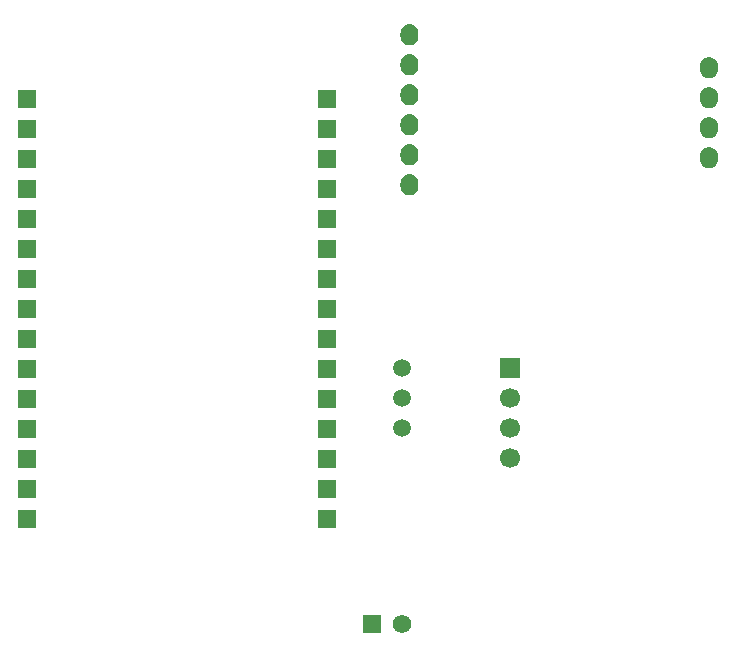
<source format=gtl>
G04 Layer: TopLayer*
G04 EasyEDA v6.2.46, 2019-12-17T13:03:00+00:00*
G04 0172e0994fd644d79e33dd8747f588b4,932ed04fcfe14a16a0103060ae18c599,10*
G04 Gerber Generator version 0.2*
G04 Scale: 100 percent, Rotated: No, Reflected: No *
G04 Dimensions in millimeters *
G04 leading zeros omitted , absolute positions ,3 integer and 3 decimal *
%FSLAX33Y33*%
%MOMM*%
G90*
G71D02*

%ADD11R,1.699997X1.699997*%
%ADD12C,1.699997*%
%ADD13R,1.574800X1.574800*%
%ADD14C,1.574800*%
%ADD15R,1.524000X1.524000*%
%ADD16C,1.499997*%

%LPD*%
G54D11*
G01X44069Y39980D03*
G54D12*
G01X44069Y37440D03*
G01X44069Y34900D03*
G01X44069Y32360D03*
G54D13*
G01X32385Y18263D03*
G54D14*
G01X34925Y18263D03*
G54D15*
G01X3177Y47471D03*
G01X28575Y44933D03*
G01X3177Y50011D03*
G01X3177Y52551D03*
G01X3177Y55091D03*
G01X3177Y57631D03*
G01X3177Y60171D03*
G01X3177Y62711D03*
G01X3177Y44931D03*
G01X3177Y42391D03*
G01X3177Y39851D03*
G01X3177Y37311D03*
G01X3177Y34771D03*
G01X3177Y32231D03*
G01X28575Y42393D03*
G01X28575Y39853D03*
G01X28575Y37313D03*
G01X28575Y34773D03*
G01X28575Y32233D03*
G01X28575Y29693D03*
G01X28575Y47473D03*
G01X28575Y50013D03*
G01X28575Y52553D03*
G01X28575Y55093D03*
G01X28575Y57633D03*
G01X28575Y60173D03*
G01X3175Y29693D03*
G01X3175Y27153D03*
G01X28575Y27153D03*
G01X28575Y62713D03*
G54D16*
G01X34925Y34900D03*
G01X34925Y37440D03*
G01X34925Y39980D03*
G36*
G01X35563Y67274D02*
G01X35525Y67276D01*
G01X35487Y67279D01*
G01X35449Y67285D01*
G01X35412Y67293D01*
G01X35375Y67302D01*
G01X35339Y67313D01*
G01X35303Y67326D01*
G01X35268Y67341D01*
G01X35234Y67357D01*
G01X35201Y67376D01*
G01X35168Y67395D01*
G01X35137Y67417D01*
G01X35106Y67440D01*
G01X35077Y67464D01*
G01X35050Y67490D01*
G01X35023Y67517D01*
G01X34998Y67546D01*
G01X34974Y67575D01*
G01X34952Y67606D01*
G01X34931Y67638D01*
G01X34912Y67671D01*
G01X34895Y67705D01*
G01X34879Y67740D01*
G01X34866Y67775D01*
G01X34853Y67811D01*
G01X34843Y67847D01*
G01X34835Y67885D01*
G01X34828Y67922D01*
G01X34823Y67960D01*
G01X34821Y67998D01*
G01X34820Y68036D01*
G01X34820Y68312D01*
G01X34821Y68349D01*
G01X34823Y68387D01*
G01X34828Y68425D01*
G01X34835Y68462D01*
G01X34843Y68500D01*
G01X34853Y68536D01*
G01X34866Y68572D01*
G01X34879Y68607D01*
G01X34895Y68642D01*
G01X34912Y68676D01*
G01X34931Y68709D01*
G01X34952Y68741D01*
G01X34974Y68772D01*
G01X34998Y68801D01*
G01X35023Y68830D01*
G01X35050Y68857D01*
G01X35077Y68883D01*
G01X35106Y68907D01*
G01X35137Y68930D01*
G01X35168Y68952D01*
G01X35201Y68971D01*
G01X35234Y68990D01*
G01X35268Y69006D01*
G01X35303Y69021D01*
G01X35339Y69034D01*
G01X35375Y69045D01*
G01X35412Y69054D01*
G01X35449Y69062D01*
G01X35487Y69068D01*
G01X35525Y69071D01*
G01X35563Y69073D01*
G01X35601Y69073D01*
G01X35639Y69071D01*
G01X35676Y69068D01*
G01X35714Y69062D01*
G01X35751Y69054D01*
G01X35788Y69045D01*
G01X35824Y69034D01*
G01X35860Y69021D01*
G01X35895Y69006D01*
G01X35929Y68990D01*
G01X35963Y68971D01*
G01X35995Y68952D01*
G01X36026Y68930D01*
G01X36057Y68907D01*
G01X36086Y68883D01*
G01X36114Y68857D01*
G01X36140Y68830D01*
G01X36165Y68801D01*
G01X36189Y68772D01*
G01X36211Y68741D01*
G01X36232Y68709D01*
G01X36251Y68676D01*
G01X36268Y68642D01*
G01X36284Y68607D01*
G01X36298Y68572D01*
G01X36310Y68536D01*
G01X36320Y68500D01*
G01X36328Y68462D01*
G01X36335Y68425D01*
G01X36340Y68387D01*
G01X36343Y68349D01*
G01X36344Y68312D01*
G01X36344Y68036D01*
G01X36343Y67998D01*
G01X36340Y67960D01*
G01X36335Y67922D01*
G01X36328Y67885D01*
G01X36320Y67847D01*
G01X36310Y67811D01*
G01X36298Y67775D01*
G01X36284Y67740D01*
G01X36268Y67705D01*
G01X36251Y67671D01*
G01X36232Y67638D01*
G01X36211Y67606D01*
G01X36189Y67575D01*
G01X36165Y67546D01*
G01X36140Y67517D01*
G01X36114Y67490D01*
G01X36086Y67464D01*
G01X36057Y67440D01*
G01X36026Y67417D01*
G01X35995Y67395D01*
G01X35963Y67376D01*
G01X35929Y67357D01*
G01X35895Y67341D01*
G01X35860Y67326D01*
G01X35824Y67313D01*
G01X35788Y67302D01*
G01X35751Y67293D01*
G01X35714Y67285D01*
G01X35676Y67279D01*
G01X35639Y67276D01*
G01X35601Y67274D01*
G01X35563Y67274D01*
G37*
G36*
G01X35563Y64734D02*
G01X35525Y64736D01*
G01X35487Y64739D01*
G01X35449Y64745D01*
G01X35412Y64753D01*
G01X35375Y64762D01*
G01X35339Y64773D01*
G01X35303Y64786D01*
G01X35268Y64801D01*
G01X35234Y64817D01*
G01X35201Y64836D01*
G01X35168Y64855D01*
G01X35137Y64877D01*
G01X35106Y64900D01*
G01X35077Y64924D01*
G01X35050Y64950D01*
G01X35023Y64977D01*
G01X34998Y65006D01*
G01X34974Y65035D01*
G01X34952Y65066D01*
G01X34931Y65098D01*
G01X34912Y65131D01*
G01X34895Y65165D01*
G01X34879Y65200D01*
G01X34866Y65235D01*
G01X34853Y65271D01*
G01X34843Y65307D01*
G01X34835Y65345D01*
G01X34828Y65382D01*
G01X34823Y65420D01*
G01X34821Y65458D01*
G01X34820Y65496D01*
G01X34820Y65772D01*
G01X34821Y65809D01*
G01X34823Y65847D01*
G01X34828Y65885D01*
G01X34835Y65922D01*
G01X34843Y65960D01*
G01X34853Y65996D01*
G01X34866Y66032D01*
G01X34879Y66067D01*
G01X34895Y66102D01*
G01X34912Y66136D01*
G01X34931Y66169D01*
G01X34952Y66201D01*
G01X34974Y66232D01*
G01X34998Y66261D01*
G01X35023Y66290D01*
G01X35050Y66317D01*
G01X35077Y66343D01*
G01X35106Y66367D01*
G01X35137Y66390D01*
G01X35168Y66412D01*
G01X35201Y66431D01*
G01X35234Y66450D01*
G01X35268Y66466D01*
G01X35303Y66481D01*
G01X35339Y66494D01*
G01X35375Y66505D01*
G01X35412Y66514D01*
G01X35449Y66522D01*
G01X35487Y66528D01*
G01X35525Y66531D01*
G01X35563Y66533D01*
G01X35601Y66533D01*
G01X35639Y66531D01*
G01X35676Y66528D01*
G01X35714Y66522D01*
G01X35751Y66514D01*
G01X35788Y66505D01*
G01X35824Y66494D01*
G01X35860Y66481D01*
G01X35895Y66466D01*
G01X35929Y66450D01*
G01X35963Y66431D01*
G01X35995Y66412D01*
G01X36026Y66390D01*
G01X36057Y66367D01*
G01X36086Y66343D01*
G01X36114Y66317D01*
G01X36140Y66290D01*
G01X36165Y66261D01*
G01X36189Y66232D01*
G01X36211Y66201D01*
G01X36232Y66169D01*
G01X36251Y66136D01*
G01X36268Y66102D01*
G01X36284Y66067D01*
G01X36298Y66032D01*
G01X36310Y65996D01*
G01X36320Y65960D01*
G01X36328Y65922D01*
G01X36335Y65885D01*
G01X36340Y65847D01*
G01X36343Y65809D01*
G01X36344Y65772D01*
G01X36344Y65496D01*
G01X36343Y65458D01*
G01X36340Y65420D01*
G01X36335Y65382D01*
G01X36328Y65345D01*
G01X36320Y65307D01*
G01X36310Y65271D01*
G01X36298Y65235D01*
G01X36284Y65200D01*
G01X36268Y65165D01*
G01X36251Y65131D01*
G01X36232Y65098D01*
G01X36211Y65066D01*
G01X36189Y65035D01*
G01X36165Y65006D01*
G01X36140Y64977D01*
G01X36114Y64950D01*
G01X36086Y64924D01*
G01X36057Y64900D01*
G01X36026Y64877D01*
G01X35995Y64855D01*
G01X35963Y64836D01*
G01X35929Y64817D01*
G01X35895Y64801D01*
G01X35860Y64786D01*
G01X35824Y64773D01*
G01X35788Y64762D01*
G01X35751Y64753D01*
G01X35714Y64745D01*
G01X35676Y64739D01*
G01X35639Y64736D01*
G01X35601Y64734D01*
G01X35563Y64734D01*
G37*
G36*
G01X35563Y62194D02*
G01X35525Y62196D01*
G01X35487Y62199D01*
G01X35449Y62205D01*
G01X35412Y62213D01*
G01X35375Y62222D01*
G01X35339Y62233D01*
G01X35303Y62246D01*
G01X35268Y62261D01*
G01X35234Y62277D01*
G01X35201Y62296D01*
G01X35168Y62315D01*
G01X35137Y62337D01*
G01X35106Y62360D01*
G01X35077Y62384D01*
G01X35050Y62410D01*
G01X35023Y62437D01*
G01X34998Y62466D01*
G01X34974Y62495D01*
G01X34952Y62526D01*
G01X34931Y62558D01*
G01X34912Y62591D01*
G01X34895Y62625D01*
G01X34879Y62660D01*
G01X34866Y62695D01*
G01X34853Y62731D01*
G01X34843Y62767D01*
G01X34835Y62805D01*
G01X34828Y62842D01*
G01X34823Y62880D01*
G01X34821Y62918D01*
G01X34820Y62956D01*
G01X34820Y63232D01*
G01X34821Y63269D01*
G01X34823Y63307D01*
G01X34828Y63345D01*
G01X34835Y63382D01*
G01X34843Y63420D01*
G01X34853Y63456D01*
G01X34866Y63492D01*
G01X34879Y63527D01*
G01X34895Y63562D01*
G01X34912Y63596D01*
G01X34931Y63629D01*
G01X34952Y63661D01*
G01X34974Y63692D01*
G01X34998Y63721D01*
G01X35023Y63750D01*
G01X35050Y63777D01*
G01X35077Y63803D01*
G01X35106Y63827D01*
G01X35137Y63850D01*
G01X35168Y63872D01*
G01X35201Y63891D01*
G01X35234Y63910D01*
G01X35268Y63926D01*
G01X35303Y63941D01*
G01X35339Y63954D01*
G01X35375Y63965D01*
G01X35412Y63974D01*
G01X35449Y63982D01*
G01X35487Y63988D01*
G01X35525Y63991D01*
G01X35563Y63993D01*
G01X35601Y63993D01*
G01X35639Y63991D01*
G01X35676Y63988D01*
G01X35714Y63982D01*
G01X35751Y63974D01*
G01X35788Y63965D01*
G01X35824Y63954D01*
G01X35860Y63941D01*
G01X35895Y63926D01*
G01X35929Y63910D01*
G01X35963Y63891D01*
G01X35995Y63872D01*
G01X36026Y63850D01*
G01X36057Y63827D01*
G01X36086Y63803D01*
G01X36114Y63777D01*
G01X36140Y63750D01*
G01X36165Y63721D01*
G01X36189Y63692D01*
G01X36211Y63661D01*
G01X36232Y63629D01*
G01X36251Y63596D01*
G01X36268Y63562D01*
G01X36284Y63527D01*
G01X36298Y63492D01*
G01X36310Y63456D01*
G01X36320Y63420D01*
G01X36328Y63382D01*
G01X36335Y63345D01*
G01X36340Y63307D01*
G01X36343Y63269D01*
G01X36344Y63232D01*
G01X36344Y62956D01*
G01X36343Y62918D01*
G01X36340Y62880D01*
G01X36335Y62842D01*
G01X36328Y62805D01*
G01X36320Y62767D01*
G01X36310Y62731D01*
G01X36298Y62695D01*
G01X36284Y62660D01*
G01X36268Y62625D01*
G01X36251Y62591D01*
G01X36232Y62558D01*
G01X36211Y62526D01*
G01X36189Y62495D01*
G01X36165Y62466D01*
G01X36140Y62437D01*
G01X36114Y62410D01*
G01X36086Y62384D01*
G01X36057Y62360D01*
G01X36026Y62337D01*
G01X35995Y62315D01*
G01X35963Y62296D01*
G01X35929Y62277D01*
G01X35895Y62261D01*
G01X35860Y62246D01*
G01X35824Y62233D01*
G01X35788Y62222D01*
G01X35751Y62213D01*
G01X35714Y62205D01*
G01X35676Y62199D01*
G01X35639Y62196D01*
G01X35601Y62194D01*
G01X35563Y62194D01*
G37*
G36*
G01X35563Y59654D02*
G01X35525Y59656D01*
G01X35487Y59659D01*
G01X35449Y59665D01*
G01X35412Y59673D01*
G01X35375Y59682D01*
G01X35339Y59693D01*
G01X35303Y59706D01*
G01X35268Y59721D01*
G01X35234Y59737D01*
G01X35201Y59756D01*
G01X35168Y59775D01*
G01X35137Y59797D01*
G01X35106Y59820D01*
G01X35077Y59844D01*
G01X35050Y59870D01*
G01X35023Y59897D01*
G01X34998Y59926D01*
G01X34974Y59955D01*
G01X34952Y59986D01*
G01X34931Y60018D01*
G01X34912Y60051D01*
G01X34895Y60085D01*
G01X34879Y60120D01*
G01X34866Y60155D01*
G01X34853Y60191D01*
G01X34843Y60227D01*
G01X34835Y60265D01*
G01X34828Y60302D01*
G01X34823Y60340D01*
G01X34821Y60378D01*
G01X34820Y60416D01*
G01X34820Y60692D01*
G01X34821Y60729D01*
G01X34823Y60767D01*
G01X34828Y60805D01*
G01X34835Y60842D01*
G01X34843Y60880D01*
G01X34853Y60916D01*
G01X34866Y60952D01*
G01X34879Y60987D01*
G01X34895Y61022D01*
G01X34912Y61056D01*
G01X34931Y61089D01*
G01X34952Y61121D01*
G01X34974Y61152D01*
G01X34998Y61181D01*
G01X35023Y61210D01*
G01X35050Y61237D01*
G01X35077Y61263D01*
G01X35106Y61287D01*
G01X35137Y61310D01*
G01X35168Y61332D01*
G01X35201Y61351D01*
G01X35234Y61370D01*
G01X35268Y61386D01*
G01X35303Y61401D01*
G01X35339Y61414D01*
G01X35375Y61425D01*
G01X35412Y61434D01*
G01X35449Y61442D01*
G01X35487Y61448D01*
G01X35525Y61451D01*
G01X35563Y61453D01*
G01X35601Y61453D01*
G01X35639Y61451D01*
G01X35676Y61448D01*
G01X35714Y61442D01*
G01X35751Y61434D01*
G01X35788Y61425D01*
G01X35824Y61414D01*
G01X35860Y61401D01*
G01X35895Y61386D01*
G01X35929Y61370D01*
G01X35963Y61351D01*
G01X35995Y61332D01*
G01X36026Y61310D01*
G01X36057Y61287D01*
G01X36086Y61263D01*
G01X36114Y61237D01*
G01X36140Y61210D01*
G01X36165Y61181D01*
G01X36189Y61152D01*
G01X36211Y61121D01*
G01X36232Y61089D01*
G01X36251Y61056D01*
G01X36268Y61022D01*
G01X36284Y60987D01*
G01X36298Y60952D01*
G01X36310Y60916D01*
G01X36320Y60880D01*
G01X36328Y60842D01*
G01X36335Y60805D01*
G01X36340Y60767D01*
G01X36343Y60729D01*
G01X36344Y60692D01*
G01X36344Y60416D01*
G01X36343Y60378D01*
G01X36340Y60340D01*
G01X36335Y60302D01*
G01X36328Y60265D01*
G01X36320Y60227D01*
G01X36310Y60191D01*
G01X36298Y60155D01*
G01X36284Y60120D01*
G01X36268Y60085D01*
G01X36251Y60051D01*
G01X36232Y60018D01*
G01X36211Y59986D01*
G01X36189Y59955D01*
G01X36165Y59926D01*
G01X36140Y59897D01*
G01X36114Y59870D01*
G01X36086Y59844D01*
G01X36057Y59820D01*
G01X36026Y59797D01*
G01X35995Y59775D01*
G01X35963Y59756D01*
G01X35929Y59737D01*
G01X35895Y59721D01*
G01X35860Y59706D01*
G01X35824Y59693D01*
G01X35788Y59682D01*
G01X35751Y59673D01*
G01X35714Y59665D01*
G01X35676Y59659D01*
G01X35639Y59656D01*
G01X35601Y59654D01*
G01X35563Y59654D01*
G37*
G36*
G01X35563Y57114D02*
G01X35525Y57116D01*
G01X35487Y57119D01*
G01X35449Y57125D01*
G01X35412Y57133D01*
G01X35375Y57142D01*
G01X35339Y57153D01*
G01X35303Y57166D01*
G01X35268Y57181D01*
G01X35234Y57197D01*
G01X35201Y57216D01*
G01X35168Y57235D01*
G01X35137Y57257D01*
G01X35106Y57280D01*
G01X35077Y57304D01*
G01X35050Y57330D01*
G01X35023Y57357D01*
G01X34998Y57386D01*
G01X34974Y57415D01*
G01X34952Y57446D01*
G01X34931Y57478D01*
G01X34912Y57511D01*
G01X34895Y57545D01*
G01X34879Y57580D01*
G01X34866Y57615D01*
G01X34853Y57651D01*
G01X34843Y57687D01*
G01X34835Y57725D01*
G01X34828Y57762D01*
G01X34823Y57800D01*
G01X34821Y57838D01*
G01X34820Y57876D01*
G01X34820Y58152D01*
G01X34821Y58189D01*
G01X34823Y58227D01*
G01X34828Y58265D01*
G01X34835Y58302D01*
G01X34843Y58340D01*
G01X34853Y58376D01*
G01X34866Y58412D01*
G01X34879Y58447D01*
G01X34895Y58482D01*
G01X34912Y58516D01*
G01X34931Y58549D01*
G01X34952Y58581D01*
G01X34974Y58612D01*
G01X34998Y58641D01*
G01X35023Y58670D01*
G01X35050Y58697D01*
G01X35077Y58723D01*
G01X35106Y58747D01*
G01X35137Y58770D01*
G01X35168Y58792D01*
G01X35201Y58811D01*
G01X35234Y58830D01*
G01X35268Y58846D01*
G01X35303Y58861D01*
G01X35339Y58874D01*
G01X35375Y58885D01*
G01X35412Y58894D01*
G01X35449Y58902D01*
G01X35487Y58908D01*
G01X35525Y58911D01*
G01X35563Y58913D01*
G01X35601Y58913D01*
G01X35639Y58911D01*
G01X35676Y58908D01*
G01X35714Y58902D01*
G01X35751Y58894D01*
G01X35788Y58885D01*
G01X35824Y58874D01*
G01X35860Y58861D01*
G01X35895Y58846D01*
G01X35929Y58830D01*
G01X35963Y58811D01*
G01X35995Y58792D01*
G01X36026Y58770D01*
G01X36057Y58747D01*
G01X36086Y58723D01*
G01X36114Y58697D01*
G01X36140Y58670D01*
G01X36165Y58641D01*
G01X36189Y58612D01*
G01X36211Y58581D01*
G01X36232Y58549D01*
G01X36251Y58516D01*
G01X36268Y58482D01*
G01X36284Y58447D01*
G01X36298Y58412D01*
G01X36310Y58376D01*
G01X36320Y58340D01*
G01X36328Y58302D01*
G01X36335Y58265D01*
G01X36340Y58227D01*
G01X36343Y58189D01*
G01X36344Y58152D01*
G01X36344Y57876D01*
G01X36343Y57838D01*
G01X36340Y57800D01*
G01X36335Y57762D01*
G01X36328Y57725D01*
G01X36320Y57687D01*
G01X36310Y57651D01*
G01X36298Y57615D01*
G01X36284Y57580D01*
G01X36268Y57545D01*
G01X36251Y57511D01*
G01X36232Y57478D01*
G01X36211Y57446D01*
G01X36189Y57415D01*
G01X36165Y57386D01*
G01X36140Y57357D01*
G01X36114Y57330D01*
G01X36086Y57304D01*
G01X36057Y57280D01*
G01X36026Y57257D01*
G01X35995Y57235D01*
G01X35963Y57216D01*
G01X35929Y57197D01*
G01X35895Y57181D01*
G01X35860Y57166D01*
G01X35824Y57153D01*
G01X35788Y57142D01*
G01X35751Y57133D01*
G01X35714Y57125D01*
G01X35676Y57119D01*
G01X35639Y57116D01*
G01X35601Y57114D01*
G01X35563Y57114D01*
G37*
G36*
G01X35563Y54574D02*
G01X35525Y54576D01*
G01X35487Y54579D01*
G01X35449Y54585D01*
G01X35412Y54593D01*
G01X35375Y54602D01*
G01X35339Y54613D01*
G01X35303Y54626D01*
G01X35268Y54641D01*
G01X35234Y54657D01*
G01X35201Y54676D01*
G01X35168Y54695D01*
G01X35137Y54717D01*
G01X35106Y54740D01*
G01X35077Y54764D01*
G01X35050Y54790D01*
G01X35023Y54817D01*
G01X34998Y54846D01*
G01X34974Y54875D01*
G01X34952Y54906D01*
G01X34931Y54938D01*
G01X34912Y54971D01*
G01X34895Y55005D01*
G01X34879Y55040D01*
G01X34866Y55075D01*
G01X34853Y55111D01*
G01X34843Y55147D01*
G01X34835Y55185D01*
G01X34828Y55222D01*
G01X34823Y55260D01*
G01X34821Y55298D01*
G01X34820Y55336D01*
G01X34820Y55612D01*
G01X34821Y55649D01*
G01X34823Y55687D01*
G01X34828Y55725D01*
G01X34835Y55762D01*
G01X34843Y55800D01*
G01X34853Y55836D01*
G01X34866Y55872D01*
G01X34879Y55907D01*
G01X34895Y55942D01*
G01X34912Y55976D01*
G01X34931Y56009D01*
G01X34952Y56041D01*
G01X34974Y56072D01*
G01X34998Y56101D01*
G01X35023Y56130D01*
G01X35050Y56157D01*
G01X35077Y56183D01*
G01X35106Y56207D01*
G01X35137Y56230D01*
G01X35168Y56252D01*
G01X35201Y56271D01*
G01X35234Y56290D01*
G01X35268Y56306D01*
G01X35303Y56321D01*
G01X35339Y56334D01*
G01X35375Y56345D01*
G01X35412Y56354D01*
G01X35449Y56362D01*
G01X35487Y56368D01*
G01X35525Y56371D01*
G01X35563Y56373D01*
G01X35601Y56373D01*
G01X35639Y56371D01*
G01X35676Y56368D01*
G01X35714Y56362D01*
G01X35751Y56354D01*
G01X35788Y56345D01*
G01X35824Y56334D01*
G01X35860Y56321D01*
G01X35895Y56306D01*
G01X35929Y56290D01*
G01X35963Y56271D01*
G01X35995Y56252D01*
G01X36026Y56230D01*
G01X36057Y56207D01*
G01X36086Y56183D01*
G01X36114Y56157D01*
G01X36140Y56130D01*
G01X36165Y56101D01*
G01X36189Y56072D01*
G01X36211Y56041D01*
G01X36232Y56009D01*
G01X36251Y55976D01*
G01X36268Y55942D01*
G01X36284Y55907D01*
G01X36298Y55872D01*
G01X36310Y55836D01*
G01X36320Y55800D01*
G01X36328Y55762D01*
G01X36335Y55725D01*
G01X36340Y55687D01*
G01X36343Y55649D01*
G01X36344Y55612D01*
G01X36344Y55336D01*
G01X36343Y55298D01*
G01X36340Y55260D01*
G01X36335Y55222D01*
G01X36328Y55185D01*
G01X36320Y55147D01*
G01X36310Y55111D01*
G01X36298Y55075D01*
G01X36284Y55040D01*
G01X36268Y55005D01*
G01X36251Y54971D01*
G01X36232Y54938D01*
G01X36211Y54906D01*
G01X36189Y54875D01*
G01X36165Y54846D01*
G01X36140Y54817D01*
G01X36114Y54790D01*
G01X36086Y54764D01*
G01X36057Y54740D01*
G01X36026Y54717D01*
G01X35995Y54695D01*
G01X35963Y54676D01*
G01X35929Y54657D01*
G01X35895Y54641D01*
G01X35860Y54626D01*
G01X35824Y54613D01*
G01X35788Y54602D01*
G01X35751Y54593D01*
G01X35714Y54585D01*
G01X35676Y54579D01*
G01X35639Y54576D01*
G01X35601Y54574D01*
G01X35563Y54574D01*
G37*
G36*
G01X60919Y64480D02*
G01X60881Y64482D01*
G01X60843Y64485D01*
G01X60805Y64491D01*
G01X60768Y64499D01*
G01X60731Y64508D01*
G01X60695Y64519D01*
G01X60659Y64532D01*
G01X60624Y64547D01*
G01X60590Y64563D01*
G01X60557Y64582D01*
G01X60524Y64601D01*
G01X60493Y64623D01*
G01X60463Y64646D01*
G01X60433Y64670D01*
G01X60406Y64696D01*
G01X60379Y64723D01*
G01X60354Y64752D01*
G01X60330Y64781D01*
G01X60308Y64812D01*
G01X60287Y64844D01*
G01X60268Y64877D01*
G01X60251Y64911D01*
G01X60235Y64946D01*
G01X60222Y64981D01*
G01X60210Y65017D01*
G01X60199Y65053D01*
G01X60191Y65091D01*
G01X60184Y65128D01*
G01X60179Y65166D01*
G01X60177Y65204D01*
G01X60176Y65242D01*
G01X60176Y65518D01*
G01X60177Y65555D01*
G01X60179Y65593D01*
G01X60184Y65631D01*
G01X60191Y65668D01*
G01X60199Y65706D01*
G01X60210Y65742D01*
G01X60222Y65778D01*
G01X60235Y65813D01*
G01X60251Y65848D01*
G01X60268Y65882D01*
G01X60287Y65915D01*
G01X60308Y65947D01*
G01X60330Y65978D01*
G01X60354Y66007D01*
G01X60379Y66036D01*
G01X60406Y66063D01*
G01X60433Y66089D01*
G01X60463Y66113D01*
G01X60493Y66136D01*
G01X60524Y66158D01*
G01X60557Y66177D01*
G01X60590Y66196D01*
G01X60624Y66212D01*
G01X60659Y66227D01*
G01X60695Y66240D01*
G01X60731Y66251D01*
G01X60768Y66260D01*
G01X60805Y66268D01*
G01X60843Y66274D01*
G01X60881Y66277D01*
G01X60919Y66279D01*
G01X60957Y66279D01*
G01X60995Y66277D01*
G01X61032Y66274D01*
G01X61070Y66268D01*
G01X61107Y66260D01*
G01X61144Y66251D01*
G01X61180Y66240D01*
G01X61216Y66227D01*
G01X61251Y66212D01*
G01X61285Y66196D01*
G01X61319Y66177D01*
G01X61351Y66158D01*
G01X61382Y66136D01*
G01X61413Y66113D01*
G01X61442Y66089D01*
G01X61470Y66063D01*
G01X61496Y66036D01*
G01X61521Y66007D01*
G01X61545Y65978D01*
G01X61567Y65947D01*
G01X61588Y65915D01*
G01X61607Y65882D01*
G01X61624Y65848D01*
G01X61640Y65813D01*
G01X61654Y65778D01*
G01X61666Y65742D01*
G01X61676Y65706D01*
G01X61685Y65668D01*
G01X61691Y65631D01*
G01X61696Y65593D01*
G01X61699Y65555D01*
G01X61700Y65518D01*
G01X61700Y65242D01*
G01X61699Y65204D01*
G01X61696Y65166D01*
G01X61691Y65128D01*
G01X61685Y65091D01*
G01X61676Y65053D01*
G01X61666Y65017D01*
G01X61654Y64981D01*
G01X61640Y64946D01*
G01X61624Y64911D01*
G01X61607Y64877D01*
G01X61588Y64844D01*
G01X61567Y64812D01*
G01X61545Y64781D01*
G01X61521Y64752D01*
G01X61496Y64723D01*
G01X61470Y64696D01*
G01X61442Y64670D01*
G01X61413Y64646D01*
G01X61382Y64623D01*
G01X61351Y64601D01*
G01X61319Y64582D01*
G01X61285Y64563D01*
G01X61251Y64547D01*
G01X61216Y64532D01*
G01X61180Y64519D01*
G01X61144Y64508D01*
G01X61107Y64499D01*
G01X61070Y64491D01*
G01X61032Y64485D01*
G01X60995Y64482D01*
G01X60957Y64480D01*
G01X60919Y64480D01*
G37*
G36*
G01X60919Y61940D02*
G01X60881Y61942D01*
G01X60843Y61945D01*
G01X60805Y61951D01*
G01X60768Y61959D01*
G01X60731Y61968D01*
G01X60695Y61979D01*
G01X60659Y61992D01*
G01X60624Y62007D01*
G01X60590Y62023D01*
G01X60557Y62042D01*
G01X60524Y62061D01*
G01X60493Y62083D01*
G01X60463Y62106D01*
G01X60433Y62130D01*
G01X60406Y62156D01*
G01X60379Y62183D01*
G01X60354Y62212D01*
G01X60330Y62241D01*
G01X60308Y62272D01*
G01X60287Y62304D01*
G01X60268Y62337D01*
G01X60251Y62371D01*
G01X60235Y62406D01*
G01X60222Y62441D01*
G01X60210Y62477D01*
G01X60199Y62513D01*
G01X60191Y62551D01*
G01X60184Y62588D01*
G01X60179Y62626D01*
G01X60177Y62664D01*
G01X60176Y62702D01*
G01X60176Y62978D01*
G01X60177Y63015D01*
G01X60179Y63053D01*
G01X60184Y63091D01*
G01X60191Y63128D01*
G01X60199Y63166D01*
G01X60210Y63202D01*
G01X60222Y63238D01*
G01X60235Y63273D01*
G01X60251Y63308D01*
G01X60268Y63342D01*
G01X60287Y63375D01*
G01X60308Y63407D01*
G01X60330Y63438D01*
G01X60354Y63467D01*
G01X60379Y63496D01*
G01X60406Y63523D01*
G01X60433Y63549D01*
G01X60463Y63573D01*
G01X60493Y63596D01*
G01X60524Y63618D01*
G01X60557Y63637D01*
G01X60590Y63656D01*
G01X60624Y63672D01*
G01X60659Y63687D01*
G01X60695Y63700D01*
G01X60731Y63711D01*
G01X60768Y63720D01*
G01X60805Y63728D01*
G01X60843Y63734D01*
G01X60881Y63737D01*
G01X60919Y63739D01*
G01X60957Y63739D01*
G01X60995Y63737D01*
G01X61032Y63734D01*
G01X61070Y63728D01*
G01X61107Y63720D01*
G01X61144Y63711D01*
G01X61180Y63700D01*
G01X61216Y63687D01*
G01X61251Y63672D01*
G01X61285Y63656D01*
G01X61319Y63637D01*
G01X61351Y63618D01*
G01X61382Y63596D01*
G01X61413Y63573D01*
G01X61442Y63549D01*
G01X61470Y63523D01*
G01X61496Y63496D01*
G01X61521Y63467D01*
G01X61545Y63438D01*
G01X61567Y63407D01*
G01X61588Y63375D01*
G01X61607Y63342D01*
G01X61624Y63308D01*
G01X61640Y63273D01*
G01X61654Y63238D01*
G01X61666Y63202D01*
G01X61676Y63166D01*
G01X61685Y63128D01*
G01X61691Y63091D01*
G01X61696Y63053D01*
G01X61699Y63015D01*
G01X61700Y62978D01*
G01X61700Y62702D01*
G01X61699Y62664D01*
G01X61696Y62626D01*
G01X61691Y62588D01*
G01X61685Y62551D01*
G01X61676Y62513D01*
G01X61666Y62477D01*
G01X61654Y62441D01*
G01X61640Y62406D01*
G01X61624Y62371D01*
G01X61607Y62337D01*
G01X61588Y62304D01*
G01X61567Y62272D01*
G01X61545Y62241D01*
G01X61521Y62212D01*
G01X61496Y62183D01*
G01X61470Y62156D01*
G01X61442Y62130D01*
G01X61413Y62106D01*
G01X61382Y62083D01*
G01X61351Y62061D01*
G01X61319Y62042D01*
G01X61285Y62023D01*
G01X61251Y62007D01*
G01X61216Y61992D01*
G01X61180Y61979D01*
G01X61144Y61968D01*
G01X61107Y61959D01*
G01X61070Y61951D01*
G01X61032Y61945D01*
G01X60995Y61942D01*
G01X60957Y61940D01*
G01X60919Y61940D01*
G37*
G36*
G01X60919Y59400D02*
G01X60881Y59402D01*
G01X60843Y59405D01*
G01X60805Y59411D01*
G01X60768Y59419D01*
G01X60731Y59428D01*
G01X60695Y59439D01*
G01X60659Y59452D01*
G01X60624Y59467D01*
G01X60590Y59483D01*
G01X60557Y59502D01*
G01X60524Y59521D01*
G01X60493Y59543D01*
G01X60463Y59566D01*
G01X60433Y59590D01*
G01X60406Y59616D01*
G01X60379Y59643D01*
G01X60354Y59672D01*
G01X60330Y59701D01*
G01X60308Y59732D01*
G01X60287Y59764D01*
G01X60268Y59797D01*
G01X60251Y59831D01*
G01X60235Y59866D01*
G01X60222Y59901D01*
G01X60210Y59937D01*
G01X60199Y59973D01*
G01X60191Y60011D01*
G01X60184Y60048D01*
G01X60179Y60086D01*
G01X60177Y60124D01*
G01X60176Y60162D01*
G01X60176Y60438D01*
G01X60177Y60475D01*
G01X60179Y60513D01*
G01X60184Y60551D01*
G01X60191Y60588D01*
G01X60199Y60626D01*
G01X60210Y60662D01*
G01X60222Y60698D01*
G01X60235Y60733D01*
G01X60251Y60768D01*
G01X60268Y60802D01*
G01X60287Y60835D01*
G01X60308Y60867D01*
G01X60330Y60898D01*
G01X60354Y60927D01*
G01X60379Y60956D01*
G01X60406Y60983D01*
G01X60433Y61009D01*
G01X60463Y61033D01*
G01X60493Y61056D01*
G01X60524Y61078D01*
G01X60557Y61097D01*
G01X60590Y61116D01*
G01X60624Y61132D01*
G01X60659Y61147D01*
G01X60695Y61160D01*
G01X60731Y61171D01*
G01X60768Y61180D01*
G01X60805Y61188D01*
G01X60843Y61194D01*
G01X60881Y61197D01*
G01X60919Y61199D01*
G01X60957Y61199D01*
G01X60995Y61197D01*
G01X61032Y61194D01*
G01X61070Y61188D01*
G01X61107Y61180D01*
G01X61144Y61171D01*
G01X61180Y61160D01*
G01X61216Y61147D01*
G01X61251Y61132D01*
G01X61285Y61116D01*
G01X61319Y61097D01*
G01X61351Y61078D01*
G01X61382Y61056D01*
G01X61413Y61033D01*
G01X61442Y61009D01*
G01X61470Y60983D01*
G01X61496Y60956D01*
G01X61521Y60927D01*
G01X61545Y60898D01*
G01X61567Y60867D01*
G01X61588Y60835D01*
G01X61607Y60802D01*
G01X61624Y60768D01*
G01X61640Y60733D01*
G01X61654Y60698D01*
G01X61666Y60662D01*
G01X61676Y60626D01*
G01X61685Y60588D01*
G01X61691Y60551D01*
G01X61696Y60513D01*
G01X61699Y60475D01*
G01X61700Y60438D01*
G01X61700Y60162D01*
G01X61699Y60124D01*
G01X61696Y60086D01*
G01X61691Y60048D01*
G01X61685Y60011D01*
G01X61676Y59973D01*
G01X61666Y59937D01*
G01X61654Y59901D01*
G01X61640Y59866D01*
G01X61624Y59831D01*
G01X61607Y59797D01*
G01X61588Y59764D01*
G01X61567Y59732D01*
G01X61545Y59701D01*
G01X61521Y59672D01*
G01X61496Y59643D01*
G01X61470Y59616D01*
G01X61442Y59590D01*
G01X61413Y59566D01*
G01X61382Y59543D01*
G01X61351Y59521D01*
G01X61319Y59502D01*
G01X61285Y59483D01*
G01X61251Y59467D01*
G01X61216Y59452D01*
G01X61180Y59439D01*
G01X61144Y59428D01*
G01X61107Y59419D01*
G01X61070Y59411D01*
G01X61032Y59405D01*
G01X60995Y59402D01*
G01X60957Y59400D01*
G01X60919Y59400D01*
G37*
G36*
G01X60919Y56860D02*
G01X60881Y56862D01*
G01X60843Y56865D01*
G01X60805Y56871D01*
G01X60768Y56879D01*
G01X60731Y56888D01*
G01X60695Y56899D01*
G01X60659Y56912D01*
G01X60624Y56927D01*
G01X60590Y56943D01*
G01X60557Y56962D01*
G01X60524Y56981D01*
G01X60493Y57003D01*
G01X60463Y57026D01*
G01X60433Y57050D01*
G01X60406Y57076D01*
G01X60379Y57103D01*
G01X60354Y57132D01*
G01X60330Y57161D01*
G01X60308Y57192D01*
G01X60287Y57224D01*
G01X60268Y57257D01*
G01X60251Y57291D01*
G01X60235Y57326D01*
G01X60222Y57361D01*
G01X60210Y57397D01*
G01X60199Y57433D01*
G01X60191Y57471D01*
G01X60184Y57508D01*
G01X60179Y57546D01*
G01X60177Y57584D01*
G01X60176Y57622D01*
G01X60176Y57898D01*
G01X60177Y57935D01*
G01X60179Y57973D01*
G01X60184Y58011D01*
G01X60191Y58048D01*
G01X60199Y58086D01*
G01X60210Y58122D01*
G01X60222Y58158D01*
G01X60235Y58193D01*
G01X60251Y58228D01*
G01X60268Y58262D01*
G01X60287Y58295D01*
G01X60308Y58327D01*
G01X60330Y58358D01*
G01X60354Y58387D01*
G01X60379Y58416D01*
G01X60406Y58443D01*
G01X60433Y58469D01*
G01X60463Y58493D01*
G01X60493Y58516D01*
G01X60524Y58538D01*
G01X60557Y58557D01*
G01X60590Y58576D01*
G01X60624Y58592D01*
G01X60659Y58607D01*
G01X60695Y58620D01*
G01X60731Y58631D01*
G01X60768Y58640D01*
G01X60805Y58648D01*
G01X60843Y58654D01*
G01X60881Y58657D01*
G01X60919Y58659D01*
G01X60957Y58659D01*
G01X60995Y58657D01*
G01X61032Y58654D01*
G01X61070Y58648D01*
G01X61107Y58640D01*
G01X61144Y58631D01*
G01X61180Y58620D01*
G01X61216Y58607D01*
G01X61251Y58592D01*
G01X61285Y58576D01*
G01X61319Y58557D01*
G01X61351Y58538D01*
G01X61382Y58516D01*
G01X61413Y58493D01*
G01X61442Y58469D01*
G01X61470Y58443D01*
G01X61496Y58416D01*
G01X61521Y58387D01*
G01X61545Y58358D01*
G01X61567Y58327D01*
G01X61588Y58295D01*
G01X61607Y58262D01*
G01X61624Y58228D01*
G01X61640Y58193D01*
G01X61654Y58158D01*
G01X61666Y58122D01*
G01X61676Y58086D01*
G01X61685Y58048D01*
G01X61691Y58011D01*
G01X61696Y57973D01*
G01X61699Y57935D01*
G01X61700Y57898D01*
G01X61700Y57622D01*
G01X61699Y57584D01*
G01X61696Y57546D01*
G01X61691Y57508D01*
G01X61685Y57471D01*
G01X61676Y57433D01*
G01X61666Y57397D01*
G01X61654Y57361D01*
G01X61640Y57326D01*
G01X61624Y57291D01*
G01X61607Y57257D01*
G01X61588Y57224D01*
G01X61567Y57192D01*
G01X61545Y57161D01*
G01X61521Y57132D01*
G01X61496Y57103D01*
G01X61470Y57076D01*
G01X61442Y57050D01*
G01X61413Y57026D01*
G01X61382Y57003D01*
G01X61351Y56981D01*
G01X61319Y56962D01*
G01X61285Y56943D01*
G01X61251Y56927D01*
G01X61216Y56912D01*
G01X61180Y56899D01*
G01X61144Y56888D01*
G01X61107Y56879D01*
G01X61070Y56871D01*
G01X61032Y56865D01*
G01X60995Y56862D01*
G01X60957Y56860D01*
G01X60919Y56860D01*
G37*
M00*
M02*

</source>
